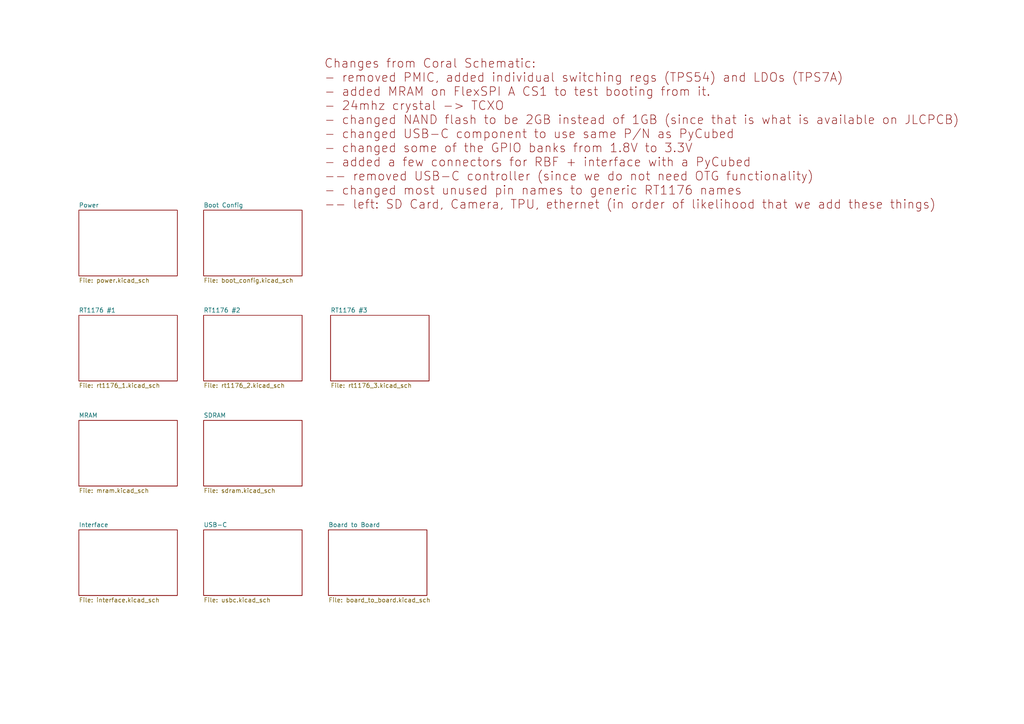
<source format=kicad_sch>
(kicad_sch (version 20230121) (generator eeschema)
  (paper "A4")
  (title_block (title "Soldermander") (date "2024-02-27") (rev "1.0") (company "Stanford Student Space Initiative") (comment 1 "RE: Flynn Dreilinger"))
  (lib_symbols)
  (text "Changes from Coral Schematic:\n- removed PMIC, added individual switching regs (TPS54) and LDOs (TPS7A)\n- added MRAM on FlexSPI A CS1 to test booting from it.\n- 24mhz crystal -> TCXO\n- changed NAND flash to be 2GB instead of 1GB (since that is what is available on JLCPCB)\n- changed USB-C component to use same P/N as PyCubed\n- changed some of the GPIO banks from 1.8V to 3.3V\n- added a few connectors for RBF + interface with a PyCubed\n-- removed USB-C controller (since we do not need OTG functionality)\n- changed most unused pin names to generic RT1176 names\n-- left: SD Card, Camera, TPU, ethernet (in order of likelihood that we add these things)" (at 93.98 60.96 0) (effects (font (size 2.54 2.54)) (justify left bottom)))
  (text "TODOs\n- [x] Add VSYS connector\n    - [ ] Might need to pick a new height\n- [ ] Route USB differentially and impedance match to 90ohms\n    - [ ] Does this really matter?\n- [ ] Add 3D models of parts\n- [ ] Breakout board\n- [ ] check power rating on inductor\n- [x] Spec passives\n- [ ] Clean up planes\n- [ ] beautify schematic\n- [x] decide on 0402 vs. 0603 for caps/resistors\n-- [x] 0402, some 0201, and a couple larger ones\n-- [x] make the RT1176 boxes wider\n- [x] Switch fixed regs to variable\n- [x] Make sure most components are on JLCPCB\n- [x] Double check GPIOs and GPIO voltages\n- [x] Fix the $source_resistor\n- [x] Double check D1/D2\n- [x] add boot config switches\n- [x] add boot circuitry\n- [x] double check xSPI MRAM\n- [x] clean up label sizing\n- [x] Finish putting caps on\n- [x] Route MRAM & Flash\n    - [x] Clean up MRAM and flash\n- [x] Route \n- [x] Try patching up ground\n- [x] Pick hole locations\n- [x] Pick a UART for inter-board communications\n- [x] Add JLC P/Ns\n- [x] Double check passive specifications\n- [x] Double check paste layer (or just replace footprints)\n- [x] Put part outlines for things I copied from the coral\n- [x] Route GPIO breakouts\n- [x] Tune SDRAM trace lengths (within 10mm)\n- [x] Tune Crystal trace lengths (within 0.02mm)\n- [x] Add power pins (Low priority)\n- [x] Clean up silkscreen\n" (at 306.705 168.275 0) (effects (font (size 2.54 2.54)) (justify left bottom)))
  (sheet (at 95.885 91.44) (size 28.575 19.05) (stroke (width 0.1524))
    (property "Sheetname" "RT1176 #3" (at 95.885 90.7284 0) (effects (justify left bottom)))
    (property "Sheetfile" "rt1176_3.kicad_sch" (at 95.885 111.0746 0) (effects (justify left top)))
  )
  (sheet (at 59.055 91.44) (size 28.575 19.05) (stroke (width 0.1524))
    (property "Sheetname" "RT1176 #2" (at 59.055 90.7284 0) (effects (justify left bottom)))
    (property "Sheetfile" "rt1176_2.kicad_sch" (at 59.055 111.0746 0) (effects (justify left top)))
  )
  (sheet (at 59.055 121.92) (size 28.575 19.05) (stroke (width 0.1524))
    (property "Sheetname" "SDRAM" (at 59.055 121.2084 0) (effects (justify left bottom)))
    (property "Sheetfile" "sdram.kicad_sch" (at 59.055 141.5546 0) (effects (justify left top)))
  )
  (sheet (at 22.86 60.96) (size 28.575 19.05) (stroke (width 0.1524))
    (property "Sheetname" "Power" (at 22.86 60.2484 0) (effects (justify left bottom)))
    (property "Sheetfile" "power.kicad_sch" (at 22.86 80.5946 0) (effects (justify left top)))
  )
  (sheet (at 59.055 60.96) (size 28.575 19.05) (stroke (width 0.1524))
    (property "Sheetname" "Boot Config" (at 59.055 60.2484 0) (effects (justify left bottom)))
    (property "Sheetfile" "boot_config.kicad_sch" (at 59.055 80.5946 0) (effects (justify left top)))
  )
  (sheet (at 22.86 121.92) (size 28.575 19.05) (stroke (width 0.1524))
    (property "Sheetname" "MRAM" (at 22.86 121.2084 0) (effects (justify left bottom)))
    (property "Sheetfile" "mram.kicad_sch" (at 22.86 141.5546 0) (effects (justify left top)))
  )
  (sheet (at 22.86 91.44) (size 28.575 19.05) (stroke (width 0.1524))
    (property "Sheetname" "RT1176 #1" (at 22.86 90.7284 0) (effects (justify left bottom)))
    (property "Sheetfile" "rt1176_1.kicad_sch" (at 22.86 111.0746 0) (effects (justify left top)))
  )
  (sheet (at 22.86 153.67) (size 28.575 19.05) (stroke (width 0.1524))
    (property "Sheetname" "Interface" (at 22.86 152.9584 0) (effects (justify left bottom)))
    (property "Sheetfile" "interface.kicad_sch" (at 22.86 173.3046 0) (effects (justify left top)))
  )
  (sheet (at 59.055 153.67) (size 28.575 19.05) (stroke (width 0.1524))
    (property "Sheetname" "USB-C" (at 59.055 152.9584 0) (effects (justify left bottom)))
    (property "Sheetfile" "usbc.kicad_sch" (at 59.055 173.3046 0) (effects (justify left top)))
  )
  (sheet (at 95.25 153.67) (size 28.575 19.05) (stroke (width 0.1524))
    (property "Sheetname" "Board to Board" (at 95.25 152.9584 0) (effects (justify left bottom)))
    (property "Sheetfile" "board_to_board.kicad_sch" (at 95.25 173.3046 0) (effects (justify left top)))
  )
)
</source>
